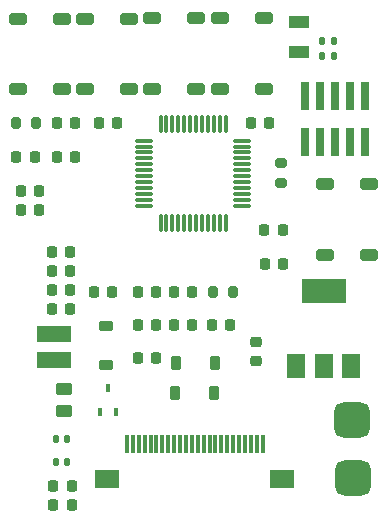
<source format=gbr>
%TF.GenerationSoftware,KiCad,Pcbnew,7.0.8*%
%TF.CreationDate,2024-01-02T21:20:11-06:00*%
%TF.ProjectId,Clock1_v3,436c6f63-6b31-45f7-9633-2e6b69636164,rev?*%
%TF.SameCoordinates,Original*%
%TF.FileFunction,Paste,Top*%
%TF.FilePolarity,Positive*%
%FSLAX46Y46*%
G04 Gerber Fmt 4.6, Leading zero omitted, Abs format (unit mm)*
G04 Created by KiCad (PCBNEW 7.0.8) date 2024-01-02 21:20:11*
%MOMM*%
%LPD*%
G01*
G04 APERTURE LIST*
G04 Aperture macros list*
%AMRoundRect*
0 Rectangle with rounded corners*
0 $1 Rounding radius*
0 $2 $3 $4 $5 $6 $7 $8 $9 X,Y pos of 4 corners*
0 Add a 4 corners polygon primitive as box body*
4,1,4,$2,$3,$4,$5,$6,$7,$8,$9,$2,$3,0*
0 Add four circle primitives for the rounded corners*
1,1,$1+$1,$2,$3*
1,1,$1+$1,$4,$5*
1,1,$1+$1,$6,$7*
1,1,$1+$1,$8,$9*
0 Add four rect primitives between the rounded corners*
20,1,$1+$1,$2,$3,$4,$5,0*
20,1,$1+$1,$4,$5,$6,$7,0*
20,1,$1+$1,$6,$7,$8,$9,0*
20,1,$1+$1,$8,$9,$2,$3,0*%
G04 Aperture macros list end*
%ADD10R,1.500000X2.000000*%
%ADD11R,3.800000X2.000000*%
%ADD12R,0.740000X2.400000*%
%ADD13R,0.300000X1.500000*%
%ADD14R,2.000000X1.500000*%
%ADD15R,1.800000X1.000000*%
%ADD16RoundRect,0.250000X0.512000X-0.250000X0.512000X0.250000X-0.512000X0.250000X-0.512000X-0.250000X0*%
%ADD17RoundRect,0.250000X-0.512000X0.250000X-0.512000X-0.250000X0.512000X-0.250000X0.512000X0.250000X0*%
%ADD18RoundRect,0.200000X0.200000X0.275000X-0.200000X0.275000X-0.200000X-0.275000X0.200000X-0.275000X0*%
%ADD19RoundRect,0.250000X-0.450000X0.262500X-0.450000X-0.262500X0.450000X-0.262500X0.450000X0.262500X0*%
%ADD20RoundRect,0.200000X0.275000X-0.200000X0.275000X0.200000X-0.275000X0.200000X-0.275000X-0.200000X0*%
%ADD21R,0.450000X0.700000*%
%ADD22R,3.000000X1.400000*%
%ADD23RoundRect,0.750000X0.750000X0.750000X-0.750000X0.750000X-0.750000X-0.750000X0.750000X-0.750000X0*%
%ADD24RoundRect,0.225000X0.225000X0.375000X-0.225000X0.375000X-0.225000X-0.375000X0.225000X-0.375000X0*%
%ADD25RoundRect,0.225000X-0.225000X-0.375000X0.225000X-0.375000X0.225000X0.375000X-0.225000X0.375000X0*%
%ADD26RoundRect,0.225000X-0.375000X0.225000X-0.375000X-0.225000X0.375000X-0.225000X0.375000X0.225000X0*%
%ADD27RoundRect,0.140000X-0.140000X-0.170000X0.140000X-0.170000X0.140000X0.170000X-0.140000X0.170000X0*%
%ADD28RoundRect,0.225000X-0.225000X-0.250000X0.225000X-0.250000X0.225000X0.250000X-0.225000X0.250000X0*%
%ADD29RoundRect,0.225000X-0.250000X0.225000X-0.250000X-0.225000X0.250000X-0.225000X0.250000X0.225000X0*%
%ADD30RoundRect,0.225000X0.225000X0.250000X-0.225000X0.250000X-0.225000X-0.250000X0.225000X-0.250000X0*%
%ADD31RoundRect,0.140000X0.140000X0.170000X-0.140000X0.170000X-0.140000X-0.170000X0.140000X-0.170000X0*%
%ADD32RoundRect,0.200000X-0.200000X-0.275000X0.200000X-0.275000X0.200000X0.275000X-0.200000X0.275000X0*%
%ADD33RoundRect,0.109200X-0.030800X-0.670800X0.030800X-0.670800X0.030800X0.670800X-0.030800X0.670800X0*%
%ADD34RoundRect,0.109200X-0.670800X0.030800X-0.670800X-0.030800X0.670800X-0.030800X0.670800X0.030800X0*%
G04 APERTURE END LIST*
D10*
%TO.C,U2*%
X164200000Y-99900000D03*
X166500000Y-99900000D03*
X168800000Y-99900000D03*
D11*
X166500000Y-93600000D03*
%TD*%
D12*
%TO.C,J2*%
X170020000Y-77100000D03*
X170020000Y-81000000D03*
X168750000Y-77100000D03*
X168750000Y-81000000D03*
X167480000Y-77100000D03*
X167480000Y-81000000D03*
X166210000Y-77100000D03*
X166210000Y-81000000D03*
X164940000Y-77100000D03*
X164940000Y-81000000D03*
%TD*%
D13*
%TO.C,U3*%
X149850000Y-106500000D03*
X150350000Y-106500000D03*
X150850000Y-106500000D03*
X151350000Y-106500000D03*
X151850000Y-106500000D03*
X152350000Y-106500000D03*
X152850000Y-106500000D03*
X153350000Y-106500000D03*
X153850000Y-106500000D03*
X154350000Y-106500000D03*
X154850000Y-106500000D03*
X155350000Y-106500000D03*
X155850000Y-106500000D03*
X156350000Y-106500000D03*
X156850000Y-106500000D03*
X157350000Y-106500000D03*
X157850000Y-106500000D03*
X158350000Y-106500000D03*
X158850000Y-106500000D03*
X159350000Y-106500000D03*
X159850000Y-106500000D03*
X160350000Y-106500000D03*
X160850000Y-106500000D03*
X161350000Y-106500000D03*
D14*
X148200000Y-109500000D03*
X163000000Y-109500000D03*
%TD*%
D15*
%TO.C,Y1*%
X164400000Y-73350000D03*
X164400000Y-70850000D03*
%TD*%
D16*
%TO.C,SW7*%
X166650000Y-90500000D03*
X166650000Y-84500000D03*
X170350000Y-90500000D03*
X170350000Y-84500000D03*
%TD*%
D17*
%TO.C,SW6*%
X144350000Y-70525000D03*
X144350000Y-76525000D03*
X140650000Y-70525000D03*
X140650000Y-76525000D03*
%TD*%
%TO.C,SW5*%
X155700000Y-70500000D03*
X155700000Y-76500000D03*
X152000000Y-70500000D03*
X152000000Y-76500000D03*
%TD*%
%TO.C,SW4*%
X150000000Y-70525000D03*
X150000000Y-76525000D03*
X146300000Y-70525000D03*
X146300000Y-76525000D03*
%TD*%
%TO.C,SW3*%
X161450000Y-70500000D03*
X161450000Y-76500000D03*
X157750000Y-70500000D03*
X157750000Y-76500000D03*
%TD*%
D18*
%TO.C,R8*%
X142125000Y-79400000D03*
X140475000Y-79400000D03*
%TD*%
D19*
%TO.C,R4*%
X144500000Y-101887500D03*
X144500000Y-103712500D03*
%TD*%
D20*
%TO.C,R2*%
X162900000Y-84425000D03*
X162900000Y-82775000D03*
%TD*%
D21*
%TO.C,Q1*%
X147600000Y-103800000D03*
X148900000Y-103800000D03*
X148250000Y-101800000D03*
%TD*%
D22*
%TO.C,L1*%
X143700000Y-97200000D03*
X143700000Y-99400000D03*
%TD*%
D23*
%TO.C,J1*%
X169000000Y-109400000D03*
X168900000Y-104500000D03*
%TD*%
D24*
%TO.C,D3*%
X157250000Y-102200000D03*
X153950000Y-102200000D03*
%TD*%
D25*
%TO.C,D2*%
X154000000Y-99700000D03*
X157300000Y-99700000D03*
%TD*%
D26*
%TO.C,D1*%
X148100000Y-96550000D03*
X148100000Y-99850000D03*
%TD*%
D27*
%TO.C,C29*%
X143840000Y-108100000D03*
X144800000Y-108100000D03*
%TD*%
%TO.C,C28*%
X143840000Y-106130000D03*
X144800000Y-106130000D03*
%TD*%
D28*
%TO.C,C27*%
X150750000Y-99300000D03*
X152300000Y-99300000D03*
%TD*%
D29*
%TO.C,C26*%
X160800000Y-97925000D03*
X160800000Y-99475000D03*
%TD*%
D28*
%TO.C,C25*%
X157050000Y-96500000D03*
X158600000Y-96500000D03*
%TD*%
%TO.C,C24*%
X153825000Y-96500000D03*
X155375000Y-96500000D03*
%TD*%
%TO.C,C23*%
X153850000Y-93700000D03*
X155400000Y-93700000D03*
%TD*%
D30*
%TO.C,C22*%
X152300000Y-93700000D03*
X150750000Y-93700000D03*
%TD*%
%TO.C,C21*%
X148600000Y-93700000D03*
X147050000Y-93700000D03*
%TD*%
%TO.C,C20*%
X152300000Y-96500000D03*
X150750000Y-96500000D03*
%TD*%
D31*
%TO.C,C5*%
X167360000Y-72400000D03*
X166400000Y-72400000D03*
%TD*%
%TO.C,C4*%
X167360000Y-73670000D03*
X166400000Y-73670000D03*
%TD*%
D28*
%TO.C,C3*%
X160350000Y-79400000D03*
X161900000Y-79400000D03*
%TD*%
%TO.C,C2*%
X140500000Y-82200000D03*
X142050000Y-82200000D03*
%TD*%
%TO.C,C1*%
X147450000Y-79400000D03*
X149000000Y-79400000D03*
%TD*%
D32*
%TO.C,R1*%
X157175000Y-93700000D03*
X158825000Y-93700000D03*
%TD*%
D28*
%TO.C,C17*%
X143500000Y-95080000D03*
X145050000Y-95080000D03*
%TD*%
%TO.C,C16*%
X143500000Y-93480000D03*
X145050000Y-93480000D03*
%TD*%
%TO.C,C15*%
X143500000Y-91880000D03*
X145050000Y-91880000D03*
%TD*%
%TO.C,C14*%
X143500000Y-90250000D03*
X145050000Y-90250000D03*
%TD*%
%TO.C,C13*%
X143925000Y-82200000D03*
X145475000Y-82200000D03*
%TD*%
%TO.C,C12*%
X143900000Y-79400000D03*
X145450000Y-79400000D03*
%TD*%
%TO.C,C11*%
X161550000Y-91300000D03*
X163100000Y-91300000D03*
%TD*%
%TO.C,C10*%
X161500000Y-88400000D03*
X163050000Y-88400000D03*
%TD*%
%TO.C,C9*%
X143625000Y-111700000D03*
X145175000Y-111700000D03*
%TD*%
%TO.C,C8*%
X143625000Y-110100000D03*
X145175000Y-110100000D03*
%TD*%
%TO.C,C7*%
X140850000Y-86700000D03*
X142400000Y-86700000D03*
%TD*%
%TO.C,C6*%
X140850000Y-85100000D03*
X142400000Y-85100000D03*
%TD*%
D33*
%TO.C,U4*%
X158200000Y-79430000D03*
X157700000Y-79430000D03*
X157200000Y-79430000D03*
X156700000Y-79430000D03*
X156200000Y-79430000D03*
X155700000Y-79430000D03*
X155200000Y-79430000D03*
X154700000Y-79430000D03*
X154200000Y-79430000D03*
X153700000Y-79430000D03*
X153200000Y-79430000D03*
X152700000Y-79430000D03*
D34*
X151270000Y-80860000D03*
X151270000Y-81360000D03*
X151270000Y-81860000D03*
X151270000Y-82360000D03*
X151270000Y-82860000D03*
X151270000Y-83360000D03*
X151270000Y-83860000D03*
X151270000Y-84360000D03*
X151270000Y-84860000D03*
X151270000Y-85360000D03*
X151270000Y-85860000D03*
X151270000Y-86360000D03*
D33*
X152700000Y-87790000D03*
X153200000Y-87790000D03*
X153700000Y-87790000D03*
X154200000Y-87790000D03*
X154700000Y-87790000D03*
X155200000Y-87790000D03*
X155700000Y-87790000D03*
X156200000Y-87790000D03*
X156700000Y-87790000D03*
X157200000Y-87790000D03*
X157700000Y-87790000D03*
X158200000Y-87790000D03*
D34*
X159630000Y-86360000D03*
X159630000Y-85860000D03*
X159630000Y-85360000D03*
X159630000Y-84860000D03*
X159630000Y-84360000D03*
X159630000Y-83860000D03*
X159630000Y-83360000D03*
X159630000Y-82860000D03*
X159630000Y-82360000D03*
X159630000Y-81860000D03*
X159630000Y-81360000D03*
X159630000Y-80860000D03*
%TD*%
M02*

</source>
